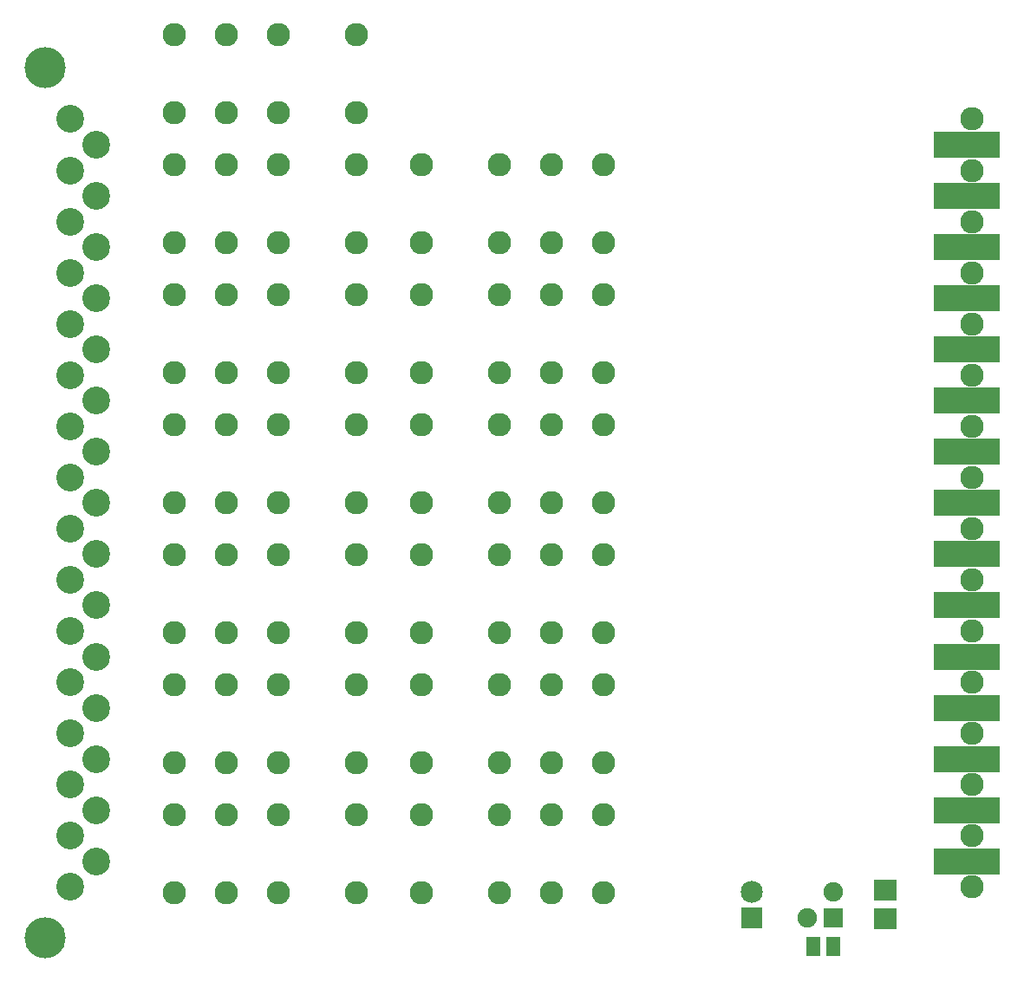
<source format=gbs>
G04 #@! TF.GenerationSoftware,KiCad,Pcbnew,(5.1.5)-3*
G04 #@! TF.CreationDate,2021-08-30T19:45:08+02:00*
G04 #@! TF.ProjectId,sbk6ac,73626b36-6163-42e6-9b69-6361645f7063,0432 -*
G04 #@! TF.SameCoordinates,Original*
G04 #@! TF.FileFunction,Soldermask,Bot*
G04 #@! TF.FilePolarity,Negative*
%FSLAX46Y46*%
G04 Gerber Fmt 4.6, Leading zero omitted, Abs format (unit mm)*
G04 Created by KiCad (PCBNEW (5.1.5)-3) date 2021-08-30 19:45:08*
%MOMM*%
%LPD*%
G04 APERTURE LIST*
%ADD10C,1.905000*%
%ADD11R,1.905000X1.905000*%
%ADD12C,2.286000*%
%ADD13R,6.507480X2.506980*%
%ADD14C,4.008120*%
%ADD15C,2.707640*%
%ADD16R,2.311400X2.108200*%
%ADD17C,2.159000*%
%ADD18R,2.159000X2.159000*%
%ADD19R,1.397000X1.905000*%
G04 APERTURE END LIST*
D10*
X148209000Y-139573000D03*
D11*
X148209000Y-142113000D03*
D10*
X145669000Y-142113000D03*
D12*
X83820000Y-76200000D03*
X88900000Y-76200000D03*
X93980000Y-76200000D03*
X83820000Y-68580000D03*
X88900000Y-68580000D03*
X93980000Y-68580000D03*
X101600000Y-76200000D03*
X101600000Y-68580000D03*
X125730000Y-68580000D03*
X120650000Y-68580000D03*
X115570000Y-68580000D03*
X125730000Y-76200000D03*
X120650000Y-76200000D03*
X115570000Y-76200000D03*
X107950000Y-68580000D03*
X107950000Y-76200000D03*
X83820000Y-88900000D03*
X88900000Y-88900000D03*
X93980000Y-88900000D03*
X83820000Y-81280000D03*
X88900000Y-81280000D03*
X93980000Y-81280000D03*
X101600000Y-88900000D03*
X101600000Y-81280000D03*
X125730000Y-81280000D03*
X120650000Y-81280000D03*
X115570000Y-81280000D03*
X125730000Y-88900000D03*
X120650000Y-88900000D03*
X115570000Y-88900000D03*
X107950000Y-81280000D03*
X107950000Y-88900000D03*
X83820000Y-101600000D03*
X88900000Y-101600000D03*
X93980000Y-101600000D03*
X83820000Y-93980000D03*
X88900000Y-93980000D03*
X93980000Y-93980000D03*
X101600000Y-101600000D03*
X101600000Y-93980000D03*
X125730000Y-93980000D03*
X120650000Y-93980000D03*
X115570000Y-93980000D03*
X125730000Y-101600000D03*
X120650000Y-101600000D03*
X115570000Y-101600000D03*
X107950000Y-93980000D03*
X107950000Y-101600000D03*
X83820000Y-114300000D03*
X88900000Y-114300000D03*
X93980000Y-114300000D03*
X83820000Y-106680000D03*
X88900000Y-106680000D03*
X93980000Y-106680000D03*
X101600000Y-114300000D03*
X101600000Y-106680000D03*
X125730000Y-106680000D03*
X120650000Y-106680000D03*
X115570000Y-106680000D03*
X125730000Y-114300000D03*
X120650000Y-114300000D03*
X115570000Y-114300000D03*
X107950000Y-106680000D03*
X107950000Y-114300000D03*
X83820000Y-127000000D03*
X88900000Y-127000000D03*
X93980000Y-127000000D03*
X83820000Y-119380000D03*
X88900000Y-119380000D03*
X93980000Y-119380000D03*
X101600000Y-127000000D03*
X101600000Y-119380000D03*
X125730000Y-119380000D03*
X120650000Y-119380000D03*
X115570000Y-119380000D03*
X125730000Y-127000000D03*
X120650000Y-127000000D03*
X115570000Y-127000000D03*
X107950000Y-119380000D03*
X107950000Y-127000000D03*
X83820000Y-139700000D03*
X88900000Y-139700000D03*
X93980000Y-139700000D03*
X83820000Y-132080000D03*
X88900000Y-132080000D03*
X93980000Y-132080000D03*
X101600000Y-139700000D03*
X101600000Y-132080000D03*
X125730000Y-132080000D03*
X120650000Y-132080000D03*
X115570000Y-132080000D03*
X125730000Y-139700000D03*
X120650000Y-139700000D03*
X115570000Y-139700000D03*
X107950000Y-132080000D03*
X107950000Y-139700000D03*
X83820000Y-63500000D03*
X88900000Y-63500000D03*
X93980000Y-63500000D03*
X83820000Y-55880000D03*
X88900000Y-55880000D03*
X93980000Y-55880000D03*
X101600000Y-63500000D03*
X101600000Y-55880000D03*
X161719260Y-64099440D03*
D13*
X161218880Y-66601340D03*
D12*
X161719260Y-69100700D03*
D13*
X161218880Y-71600060D03*
D12*
X161719260Y-74099420D03*
D13*
X161218880Y-76601320D03*
D12*
X161719260Y-79100680D03*
D13*
X161218880Y-81600040D03*
D12*
X161719260Y-84099400D03*
D13*
X161218880Y-86601300D03*
D12*
X161719260Y-89100660D03*
D13*
X161218880Y-91600020D03*
D12*
X161719260Y-94099380D03*
D13*
X161218880Y-96601280D03*
D12*
X161719260Y-99100640D03*
D13*
X161218880Y-101600000D03*
D12*
X161719260Y-104099360D03*
D13*
X161218880Y-106601260D03*
D12*
X161719260Y-109100620D03*
D13*
X161218880Y-111599980D03*
D12*
X161719260Y-114099340D03*
D13*
X161218880Y-116601240D03*
D12*
X161719260Y-119100600D03*
D13*
X161218880Y-121599960D03*
D12*
X161719260Y-124099320D03*
D13*
X161218880Y-126601220D03*
D12*
X161719260Y-129100580D03*
D13*
X161218880Y-131599940D03*
D12*
X161719260Y-134099300D03*
D13*
X161218880Y-136601200D03*
D12*
X161719260Y-139100560D03*
D14*
X71198740Y-59100720D03*
D15*
X76200000Y-101600000D03*
X76200000Y-106601260D03*
X76200000Y-116601240D03*
X76200000Y-111599980D03*
X76200000Y-131599940D03*
X76200000Y-136601200D03*
X76200000Y-126601220D03*
X76200000Y-121599960D03*
X76200000Y-81600040D03*
X76200000Y-86601300D03*
X76200000Y-96601280D03*
X76200000Y-91600020D03*
X76200000Y-71600060D03*
X76200000Y-76601320D03*
X76200000Y-66601340D03*
X73698100Y-69100700D03*
X73698100Y-79100680D03*
X73698100Y-74099420D03*
X73698100Y-94099380D03*
X73698100Y-99100640D03*
X73698100Y-89100660D03*
X73698100Y-84099400D03*
X73698100Y-124099320D03*
X73698100Y-129100580D03*
X73698100Y-139100560D03*
X73698100Y-134099300D03*
X73698100Y-114099340D03*
X73698100Y-119100600D03*
X73698100Y-109100620D03*
X73698100Y-104099360D03*
X73700640Y-64099440D03*
D14*
X71198740Y-144101820D03*
D16*
X153289000Y-142240000D03*
X153289000Y-139446000D03*
D17*
X140208000Y-139573000D03*
D18*
X140208000Y-142113000D03*
D19*
X148145500Y-144907000D03*
X146240500Y-144907000D03*
M02*

</source>
